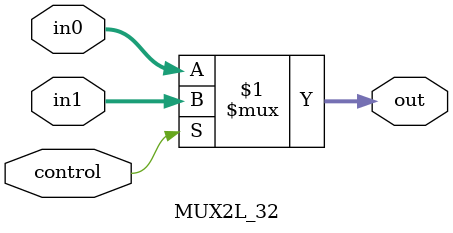
<source format=v>
`timescale 1ns / 1ps


module MUX2L_32(
	input control,
	input [31:0] in0,
	input [31:0] in1,
	output [31:0] out
);
	assign out = control ? in1 : in0;
endmodule

</source>
